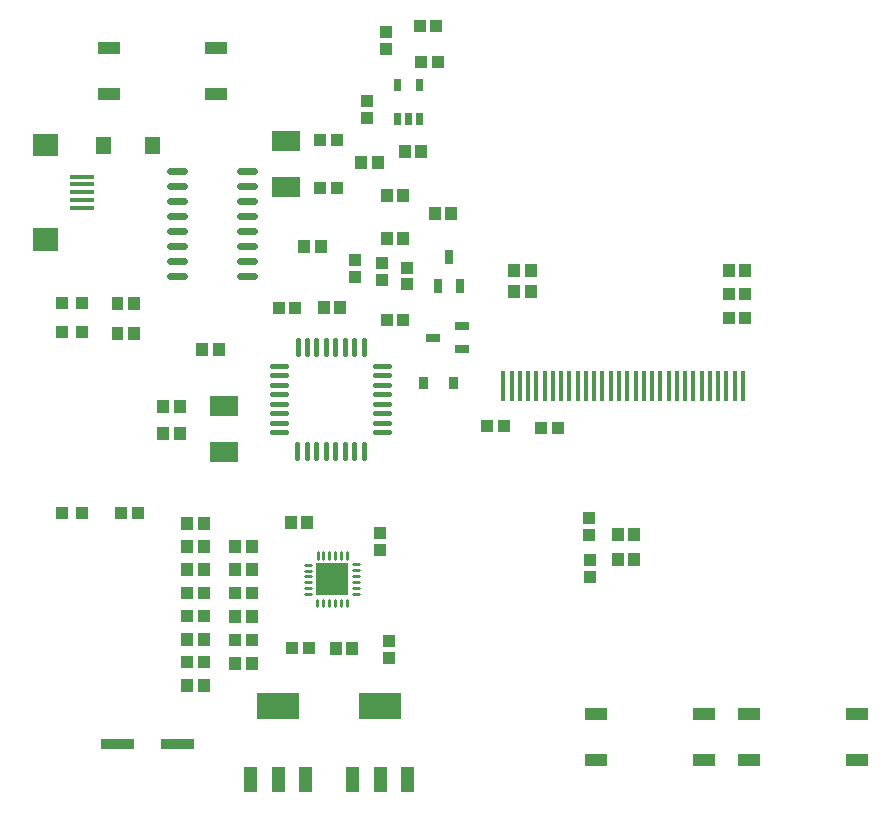
<source format=gtp>
G04 Layer: TopPasteMaskLayer*
G04 EasyEDA v6.4.7, 2020-10-11T20:05:18--4:00*
G04 e6b0d2e49f2c434995fed72e9f85cac0,1eb4b4baf0c945e885b29d49d8d6ac6e,10*
G04 Gerber Generator version 0.2*
G04 Scale: 100 percent, Rotated: No, Reflected: No *
G04 Dimensions in millimeters *
G04 leading zeros omitted , absolute positions ,3 integer and 3 decimal *
%FSLAX33Y33*%
%MOMM*%
G90*
D02*

%ADD13C,0.599999*%
%ADD14C,0.280010*%
%ADD15C,0.450012*%
%ADD17R,0.999998X1.099998*%
%ADD18R,2.400046X1.699997*%
%ADD19R,1.999996X0.450012*%
%ADD25R,1.099998X0.999998*%
%ADD28R,0.699999X1.250010*%
%ADD29R,1.250010X0.699999*%
%ADD31R,1.899996X0.999998*%
%ADD32R,1.092200X0.990600*%
%ADD33R,0.350520X2.499360*%

%LPD*%
G54D13*
G01X13251Y54739D02*
G01X12051Y54739D01*
G01X13251Y53469D02*
G01X12051Y53469D01*
G01X13251Y52199D02*
G01X12051Y52199D01*
G01X13251Y50929D02*
G01X12051Y50929D01*
G01X13251Y49659D02*
G01X12051Y49659D01*
G01X13251Y48389D02*
G01X12051Y48389D01*
G01X13251Y47119D02*
G01X12051Y47119D01*
G01X13251Y45849D02*
G01X12051Y45849D01*
G01X19194Y54739D02*
G01X17994Y54739D01*
G01X19194Y53469D02*
G01X17994Y53469D01*
G01X19194Y52199D02*
G01X17994Y52199D01*
G01X19194Y50929D02*
G01X17994Y50929D01*
G01X19194Y49659D02*
G01X17994Y49659D01*
G01X19194Y48389D02*
G01X17994Y48389D01*
G01X19194Y47119D02*
G01X17994Y47119D01*
G01X19194Y45849D02*
G01X17994Y45849D01*
G54D14*
G01X23523Y21426D02*
G01X24043Y21426D01*
G01X23523Y20926D02*
G01X24043Y20926D01*
G01X23523Y20426D02*
G01X24043Y20426D01*
G01X23523Y19928D02*
G01X24043Y19928D01*
G01X23523Y19427D02*
G01X24043Y19427D01*
G01X23523Y18927D02*
G01X24043Y18927D01*
G01X24538Y18455D02*
G01X24538Y17935D01*
G01X25038Y18455D02*
G01X25038Y17935D01*
G01X25539Y18455D02*
G01X25539Y17935D01*
G01X26037Y18455D02*
G01X26037Y17935D01*
G01X26537Y18455D02*
G01X26537Y17935D01*
G01X27037Y18455D02*
G01X27037Y17935D01*
G01X27523Y18937D02*
G01X28042Y18937D01*
G01X27523Y19438D02*
G01X28042Y19438D01*
G01X27523Y19938D02*
G01X28042Y19938D01*
G01X27523Y20436D02*
G01X28042Y20436D01*
G01X27523Y20936D02*
G01X28042Y20936D01*
G01X27523Y21437D02*
G01X28042Y21437D01*
G01X27053Y22454D02*
G01X27053Y21935D01*
G01X26552Y22454D02*
G01X26552Y21935D01*
G01X26052Y22454D02*
G01X26052Y21935D01*
G01X25554Y22454D02*
G01X25554Y21935D01*
G01X25054Y22454D02*
G01X25054Y21935D01*
G01X24553Y22454D02*
G01X24553Y21935D01*
G54D15*
G01X22862Y40416D02*
G01X22862Y39216D01*
G01X23662Y40416D02*
G01X23662Y39216D01*
G01X24462Y40416D02*
G01X24462Y39216D01*
G01X25262Y40416D02*
G01X25262Y39216D01*
G01X26059Y40416D02*
G01X26059Y39216D01*
G01X26859Y40416D02*
G01X26859Y39216D01*
G01X27660Y40416D02*
G01X27660Y39216D01*
G01X28460Y40416D02*
G01X28460Y39216D01*
G01X29424Y38241D02*
G01X30624Y38241D01*
G01X29424Y37441D02*
G01X30624Y37441D01*
G01X29424Y36641D02*
G01X30624Y36641D01*
G01X29424Y35841D02*
G01X30624Y35841D01*
G01X29424Y35043D02*
G01X30624Y35043D01*
G01X29424Y34243D02*
G01X30624Y34243D01*
G01X29424Y33443D02*
G01X30624Y33443D01*
G01X29424Y32643D02*
G01X30624Y32643D01*
G01X28450Y31653D02*
G01X28450Y30453D01*
G01X27649Y31653D02*
G01X27649Y30453D01*
G01X26849Y31653D02*
G01X26849Y30453D01*
G01X26049Y31653D02*
G01X26049Y30453D01*
G01X25252Y31653D02*
G01X25252Y30453D01*
G01X24452Y31653D02*
G01X24452Y30453D01*
G01X23651Y31653D02*
G01X23651Y30453D01*
G01X22851Y31653D02*
G01X22851Y30453D01*
G01X20687Y32653D02*
G01X21887Y32653D01*
G01X20687Y33453D02*
G01X21887Y33453D01*
G01X20687Y34253D02*
G01X21887Y34253D01*
G01X20687Y35054D02*
G01X21887Y35054D01*
G01X20687Y35851D02*
G01X21887Y35851D01*
G01X20687Y36651D02*
G01X21887Y36651D01*
G01X20687Y37451D02*
G01X21887Y37451D01*
G01X20687Y38251D02*
G01X21887Y38251D01*
G54D17*
G01X14926Y19052D03*
G01X13526Y19052D03*
G36*
G01X13026Y21564D02*
G01X14026Y21564D01*
G01X14026Y20464D01*
G01X13026Y20464D01*
G01X13026Y21564D01*
G37*
G36*
G01X14426Y21564D02*
G01X15426Y21564D01*
G01X15426Y20464D01*
G01X14426Y20464D01*
G01X14426Y21564D01*
G37*
G36*
G01X13026Y23527D02*
G01X14026Y23527D01*
G01X14026Y22427D01*
G01X13026Y22427D01*
G01X13026Y23527D01*
G37*
G36*
G01X14426Y23527D02*
G01X15426Y23527D01*
G01X15426Y22427D01*
G01X14426Y22427D01*
G01X14426Y23527D01*
G37*
G36*
G01X14295Y40175D02*
G01X15295Y40175D01*
G01X15295Y39075D01*
G01X14295Y39075D01*
G01X14295Y40175D01*
G37*
G36*
G01X15695Y40175D02*
G01X16695Y40175D01*
G01X16695Y39075D01*
G01X15695Y39075D01*
G01X15695Y40175D01*
G37*
G36*
G01X10993Y35349D02*
G01X11993Y35349D01*
G01X11993Y34249D01*
G01X10993Y34249D01*
G01X10993Y35349D01*
G37*
G36*
G01X12393Y35349D02*
G01X13393Y35349D01*
G01X13393Y34249D01*
G01X12393Y34249D01*
G01X12393Y35349D01*
G37*
G36*
G01X10993Y33063D02*
G01X11993Y33063D01*
G01X11993Y31963D01*
G01X10993Y31963D01*
G01X10993Y33063D01*
G37*
G36*
G01X12393Y33063D02*
G01X13393Y33063D01*
G01X13393Y31963D01*
G01X12393Y31963D01*
G01X12393Y33063D01*
G37*
G54D18*
G01X16639Y34855D03*
G01X16638Y30934D03*
G54D17*
G01X22673Y43182D03*
G01X21273Y43182D03*
G36*
G01X24582Y43731D02*
G01X25582Y43731D01*
G01X25582Y42631D01*
G01X24582Y42631D01*
G01X24582Y43731D01*
G37*
G36*
G01X25982Y43731D02*
G01X26982Y43731D01*
G01X26982Y42631D01*
G01X25982Y42631D01*
G01X25982Y43731D01*
G37*
G01X14926Y17089D03*
G01X13526Y17089D03*
G54D18*
G01X21846Y57334D03*
G01X21845Y53413D03*
G54D17*
G01X26165Y53342D03*
G01X24765Y53342D03*
G01X26165Y57406D03*
G01X24765Y57406D03*
G54D19*
G01X4585Y51660D03*
G01X4585Y52310D03*
G01X4585Y52961D03*
G01X4585Y53611D03*
G01X4585Y54261D03*
G36*
G01X464Y49910D02*
G01X2564Y49910D01*
G01X2564Y48011D01*
G01X464Y48011D01*
G01X464Y49910D01*
G37*
G36*
G01X464Y57910D02*
G01X2564Y57910D01*
G01X2564Y56011D01*
G01X464Y56011D01*
G01X464Y57910D01*
G37*
G36*
G01X5818Y57633D02*
G01X7088Y57633D01*
G01X7088Y56162D01*
G01X5818Y56162D01*
G01X5818Y57633D01*
G37*
G36*
G01X9933Y57633D02*
G01X11203Y57633D01*
G01X11203Y56162D01*
G01X9933Y56162D01*
G01X9933Y57633D01*
G37*
G36*
G01X18366Y4332D02*
G01X19458Y4332D01*
G01X19458Y2173D01*
G01X18366Y2173D01*
G01X18366Y4332D01*
G37*
G36*
G01X20677Y4332D02*
G01X21769Y4332D01*
G01X21769Y2173D01*
G01X20677Y2173D01*
G01X20677Y4332D01*
G37*
G36*
G01X22963Y4332D02*
G01X24055Y4332D01*
G01X24055Y2173D01*
G01X22963Y2173D01*
G01X22963Y4332D01*
G37*
G36*
G01X19471Y10530D02*
G01X22976Y10530D01*
G01X22976Y8371D01*
G01X19471Y8371D01*
G01X19471Y10530D01*
G37*
G36*
G01X13026Y11751D02*
G01X14026Y11751D01*
G01X14026Y10651D01*
G01X13026Y10651D01*
G01X13026Y11751D01*
G37*
G36*
G01X14426Y11751D02*
G01X15426Y11751D01*
G01X15426Y10651D01*
G01X14426Y10651D01*
G01X14426Y11751D01*
G37*
G36*
G01X6222Y6625D02*
G01X9022Y6625D01*
G01X9022Y5825D01*
G01X6222Y5825D01*
G01X6222Y6625D01*
G37*
G36*
G01X11302Y6625D02*
G01X14102Y6625D01*
G01X14102Y5825D01*
G01X11302Y5825D01*
G01X11302Y6625D01*
G37*
G54D25*
G01X47627Y21784D03*
G01X47627Y20383D03*
G36*
G01X58873Y46906D02*
G01X59873Y46906D01*
G01X59873Y45806D01*
G01X58873Y45806D01*
G01X58873Y46906D01*
G37*
G36*
G01X60273Y46906D02*
G01X61273Y46906D01*
G01X61273Y45806D01*
G01X60273Y45806D01*
G01X60273Y46906D01*
G37*
G54D17*
G01X60773Y44325D03*
G01X59372Y44325D03*
G01X60773Y42293D03*
G01X59372Y42293D03*
G36*
G01X31044Y59633D02*
G01X31595Y59633D01*
G01X31595Y58633D01*
G01X31044Y58633D01*
G01X31044Y59633D01*
G37*
G36*
G01X31984Y59633D02*
G01X32535Y59633D01*
G01X32535Y58633D01*
G01X31984Y58633D01*
G01X31984Y59633D01*
G37*
G36*
G01X32924Y59633D02*
G01X33475Y59633D01*
G01X33475Y58633D01*
G01X32924Y58633D01*
G01X32924Y59633D01*
G37*
G36*
G01X32924Y62528D02*
G01X33475Y62528D01*
G01X33475Y61528D01*
G01X32924Y61528D01*
G01X32924Y62528D01*
G37*
G36*
G01X31044Y62528D02*
G01X31595Y62528D01*
G01X31595Y61528D01*
G01X31044Y61528D01*
G01X31044Y62528D01*
G37*
G54D25*
G01X30355Y65087D03*
G01X30355Y66487D03*
G54D17*
G01X34611Y67058D03*
G01X33211Y67058D03*
G01X34738Y64010D03*
G01X33338Y64010D03*
G36*
G01X31440Y56939D02*
G01X32440Y56939D01*
G01X32440Y55839D01*
G01X31440Y55839D01*
G01X31440Y56939D01*
G37*
G36*
G01X32840Y56939D02*
G01X33840Y56939D01*
G01X33840Y55839D01*
G01X32840Y55839D01*
G01X32840Y56939D01*
G37*
G36*
G01X29916Y53256D02*
G01X30916Y53256D01*
G01X30916Y52156D01*
G01X29916Y52156D01*
G01X29916Y53256D01*
G37*
G36*
G01X31316Y53256D02*
G01X32316Y53256D01*
G01X32316Y52156D01*
G01X31316Y52156D01*
G01X31316Y53256D01*
G37*
G36*
G01X27757Y56050D02*
G01X28757Y56050D01*
G01X28757Y54950D01*
G01X27757Y54950D01*
G01X27757Y56050D01*
G37*
G36*
G01X29157Y56050D02*
G01X30157Y56050D01*
G01X30157Y54950D01*
G01X29157Y54950D01*
G01X29157Y56050D01*
G37*
G54D25*
G01X28704Y60646D03*
G01X28704Y59245D03*
G36*
G01X13026Y25490D02*
G01X14026Y25490D01*
G01X14026Y24390D01*
G01X13026Y24390D01*
G01X13026Y25490D01*
G37*
G36*
G01X14426Y25490D02*
G01X15426Y25490D01*
G01X15426Y24390D01*
G01X14426Y24390D01*
G01X14426Y25490D01*
G37*
G54D17*
G01X40326Y33149D03*
G01X38926Y33149D03*
G01X44898Y33022D03*
G01X43498Y33022D03*
G36*
G01X17089Y23538D02*
G01X18089Y23538D01*
G01X18089Y22438D01*
G01X17089Y22438D01*
G01X17089Y23538D01*
G37*
G36*
G01X18489Y23538D02*
G01X19489Y23538D01*
G01X19489Y22438D01*
G01X18489Y22438D01*
G01X18489Y23538D01*
G37*
G36*
G01X17089Y21557D02*
G01X18089Y21557D01*
G01X18089Y20457D01*
G01X17089Y20457D01*
G01X17089Y21557D01*
G37*
G36*
G01X18489Y21557D02*
G01X19489Y21557D01*
G01X19489Y20457D01*
G01X18489Y20457D01*
G01X18489Y21557D01*
G37*
G36*
G01X40711Y46906D02*
G01X41711Y46906D01*
G01X41711Y45806D01*
G01X40711Y45806D01*
G01X40711Y46906D01*
G37*
G36*
G01X42111Y46906D02*
G01X43111Y46906D01*
G01X43111Y45806D01*
G01X42111Y45806D01*
G01X42111Y46906D01*
G37*
G36*
G01X22931Y48938D02*
G01X23931Y48938D01*
G01X23931Y47838D01*
G01X22931Y47838D01*
G01X22931Y48938D01*
G37*
G36*
G01X24331Y48938D02*
G01X25331Y48938D01*
G01X25331Y47838D01*
G01X24331Y47838D01*
G01X24331Y48938D01*
G37*
G36*
G01X29916Y49573D02*
G01X30916Y49573D01*
G01X30916Y48473D01*
G01X29916Y48473D01*
G01X29916Y49573D01*
G37*
G36*
G01X31316Y49573D02*
G01X32316Y49573D01*
G01X32316Y48473D01*
G01X31316Y48473D01*
G01X31316Y49573D01*
G37*
G36*
G01X33129Y37332D02*
G01X33930Y37332D01*
G01X33930Y36332D01*
G01X33129Y36332D01*
G01X33129Y37332D01*
G37*
G36*
G01X35669Y37332D02*
G01X36470Y37332D01*
G01X36470Y36332D01*
G01X35669Y36332D01*
G01X35669Y37332D01*
G37*
G01X31817Y42166D03*
G01X30417Y42166D03*
G36*
G01X33980Y51732D02*
G01X34980Y51732D01*
G01X34980Y50632D01*
G01X33980Y50632D01*
G01X33980Y51732D01*
G37*
G36*
G01X35380Y51732D02*
G01X36380Y51732D01*
G01X36380Y50632D01*
G01X35380Y50632D01*
G01X35380Y51732D01*
G37*
G36*
G01X27002Y4332D02*
G01X28094Y4332D01*
G01X28094Y2173D01*
G01X27002Y2173D01*
G01X27002Y4332D01*
G37*
G36*
G01X29313Y4332D02*
G01X30405Y4332D01*
G01X30405Y2173D01*
G01X29313Y2173D01*
G01X29313Y4332D01*
G37*
G36*
G01X31599Y4332D02*
G01X32691Y4332D01*
G01X32691Y2173D01*
G01X31599Y2173D01*
G01X31599Y4332D01*
G37*
G36*
G01X28107Y10530D02*
G01X31612Y10530D01*
G01X31612Y8371D01*
G01X28107Y8371D01*
G01X28107Y10530D01*
G37*
G01X14926Y13163D03*
G01X13526Y13163D03*
G36*
G01X17089Y13632D02*
G01X18089Y13632D01*
G01X18089Y12532D01*
G01X17089Y12532D01*
G01X17089Y13632D01*
G37*
G36*
G01X18489Y13632D02*
G01X19489Y13632D01*
G01X19489Y12532D01*
G01X18489Y12532D01*
G01X18489Y13632D01*
G37*
G01X18989Y15064D03*
G01X17589Y15064D03*
G36*
G01X13026Y15676D02*
G01X14026Y15676D01*
G01X14026Y14576D01*
G01X13026Y14576D01*
G01X13026Y15676D01*
G37*
G36*
G01X14426Y15676D02*
G01X15426Y15676D01*
G01X15426Y14576D01*
G01X14426Y14576D01*
G01X14426Y15676D01*
G37*
G54D28*
G01X35689Y47479D03*
G01X36638Y44980D03*
G01X34739Y44980D03*
G54D29*
G01X34312Y40642D03*
G01X36811Y41591D03*
G01X36811Y39692D03*
G54D25*
G01X32133Y46549D03*
G01X32133Y45148D03*
G01X27688Y47184D03*
G01X27688Y45783D03*
G36*
G01X40711Y45128D02*
G01X41711Y45128D01*
G01X41711Y44028D01*
G01X40711Y44028D01*
G01X40711Y45128D01*
G37*
G36*
G01X42111Y45128D02*
G01X43111Y45128D01*
G01X43111Y44028D01*
G01X42111Y44028D01*
G01X42111Y45128D01*
G37*
G01X29974Y45529D03*
G01X29974Y46929D03*
G36*
G01X24442Y21522D02*
G01X27123Y21522D01*
G01X27123Y18842D01*
G01X24442Y18842D01*
G01X24442Y21522D01*
G37*
G36*
G01X21788Y25570D02*
G01X22788Y25570D01*
G01X22788Y24470D01*
G01X21788Y24470D01*
G01X21788Y25570D01*
G37*
G36*
G01X23188Y25570D02*
G01X24188Y25570D01*
G01X24188Y24470D01*
G01X23188Y24470D01*
G01X23188Y25570D01*
G37*
G01X29847Y22669D03*
G01X29847Y24069D03*
G01X30609Y14926D03*
G01X30609Y13525D03*
G54D17*
G01X23816Y14353D03*
G01X22416Y14353D03*
G36*
G01X25598Y14902D02*
G01X26598Y14902D01*
G01X26598Y13802D01*
G01X25598Y13802D01*
G01X25598Y14902D01*
G37*
G36*
G01X26998Y14902D02*
G01X27998Y14902D01*
G01X27998Y13802D01*
G01X26998Y13802D01*
G01X26998Y14902D01*
G37*
G36*
G01X17089Y17595D02*
G01X18089Y17595D01*
G01X18089Y16495D01*
G01X17089Y16495D01*
G01X17089Y17595D01*
G37*
G36*
G01X18489Y17595D02*
G01X19489Y17595D01*
G01X19489Y16495D01*
G01X18489Y16495D01*
G01X18489Y17595D01*
G37*
G01X18989Y19026D03*
G01X17589Y19026D03*
G54D25*
G01X47500Y23939D03*
G01X47500Y25339D03*
G36*
G01X49474Y24554D02*
G01X50474Y24554D01*
G01X50474Y23454D01*
G01X49474Y23454D01*
G01X49474Y24554D01*
G37*
G36*
G01X50874Y24554D02*
G01X51874Y24554D01*
G01X51874Y23454D01*
G01X50874Y23454D01*
G01X50874Y24554D01*
G37*
G36*
G01X49474Y22395D02*
G01X50474Y22395D01*
G01X50474Y21295D01*
G01X49474Y21295D01*
G01X49474Y22395D01*
G37*
G36*
G01X50874Y22395D02*
G01X51874Y22395D01*
G01X51874Y21295D01*
G01X50874Y21295D01*
G01X50874Y22395D01*
G37*
G36*
G01X7120Y41572D02*
G01X8120Y41572D01*
G01X8120Y40472D01*
G01X7120Y40472D01*
G01X7120Y41572D01*
G37*
G36*
G01X8520Y41572D02*
G01X9520Y41572D01*
G01X9520Y40472D01*
G01X8520Y40472D01*
G01X8520Y41572D01*
G37*
G36*
G01X7120Y44112D02*
G01X8120Y44112D01*
G01X8120Y43012D01*
G01X7120Y43012D01*
G01X7120Y44112D01*
G37*
G36*
G01X8520Y44112D02*
G01X9520Y44112D01*
G01X9520Y43012D01*
G01X8520Y43012D01*
G01X8520Y44112D01*
G37*
G54D17*
G01X9338Y25783D03*
G01X7938Y25783D03*
G36*
G01X5932Y61798D02*
G01X7832Y61798D01*
G01X7832Y60798D01*
G01X5932Y60798D01*
G01X5932Y61798D01*
G37*
G36*
G01X15032Y61798D02*
G01X16932Y61798D01*
G01X16932Y60798D01*
G01X15032Y60798D01*
G01X15032Y61798D01*
G37*
G36*
G01X15032Y65698D02*
G01X16932Y65698D01*
G01X16932Y64698D01*
G01X15032Y64698D01*
G01X15032Y65698D01*
G37*
G36*
G01X5932Y65698D02*
G01X7832Y65698D01*
G01X7832Y64698D01*
G01X5932Y64698D01*
G01X5932Y65698D01*
G37*
G54D32*
G01X4632Y41150D03*
G01X2930Y41150D03*
G01X4632Y43563D03*
G01X2930Y43563D03*
G01X4632Y25783D03*
G01X2930Y25783D03*
G54D31*
G01X57257Y8810D03*
G01X48157Y8810D03*
G01X48157Y4910D03*
G01X57257Y4910D03*
G01X70211Y8810D03*
G01X61111Y8810D03*
G01X61111Y4910D03*
G01X70211Y4910D03*
G54D33*
G01X40272Y36576D03*
G01X40978Y36578D03*
G01X41678Y36578D03*
G01X42378Y36578D03*
G01X43078Y36578D03*
G01X43778Y36578D03*
G01X44478Y36578D03*
G01X45177Y36578D03*
G01X45877Y36578D03*
G01X46577Y36578D03*
G01X47278Y36578D03*
G01X47978Y36578D03*
G01X48678Y36578D03*
G01X49378Y36578D03*
G01X50078Y36578D03*
G01X50778Y36578D03*
G01X51478Y36578D03*
G01X52177Y36578D03*
G01X52877Y36578D03*
G01X53577Y36578D03*
G01X54277Y36578D03*
G01X54978Y36578D03*
G01X55678Y36578D03*
G01X56378Y36578D03*
G01X57078Y36578D03*
G01X57778Y36578D03*
G01X58478Y36578D03*
G01X59173Y36580D03*
G01X59872Y36581D03*
G01X60571Y36581D03*
M00*
M02*

</source>
